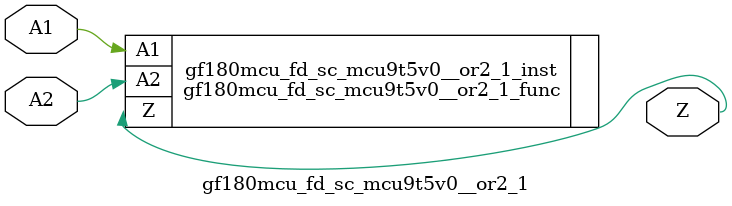
<source format=v>

module gf180mcu_fd_sc_mcu9t5v0__or2_1( A1, A2, Z );
input A1, A2;
output Z;

   `ifdef FUNCTIONAL  //  functional //

	gf180mcu_fd_sc_mcu9t5v0__or2_1_func gf180mcu_fd_sc_mcu9t5v0__or2_1_behav_inst(.A1(A1),.A2(A2),.Z(Z));

   `else

	gf180mcu_fd_sc_mcu9t5v0__or2_1_func gf180mcu_fd_sc_mcu9t5v0__or2_1_inst(.A1(A1),.A2(A2),.Z(Z));

	// spec_gates_begin


	// spec_gates_end



   specify

	// specify_block_begin

	// comb arc A1 --> Z
	 (A1 => Z) = (1.0,1.0);

	// comb arc A2 --> Z
	 (A2 => Z) = (1.0,1.0);

	// specify_block_end

   endspecify

   `endif

endmodule

</source>
